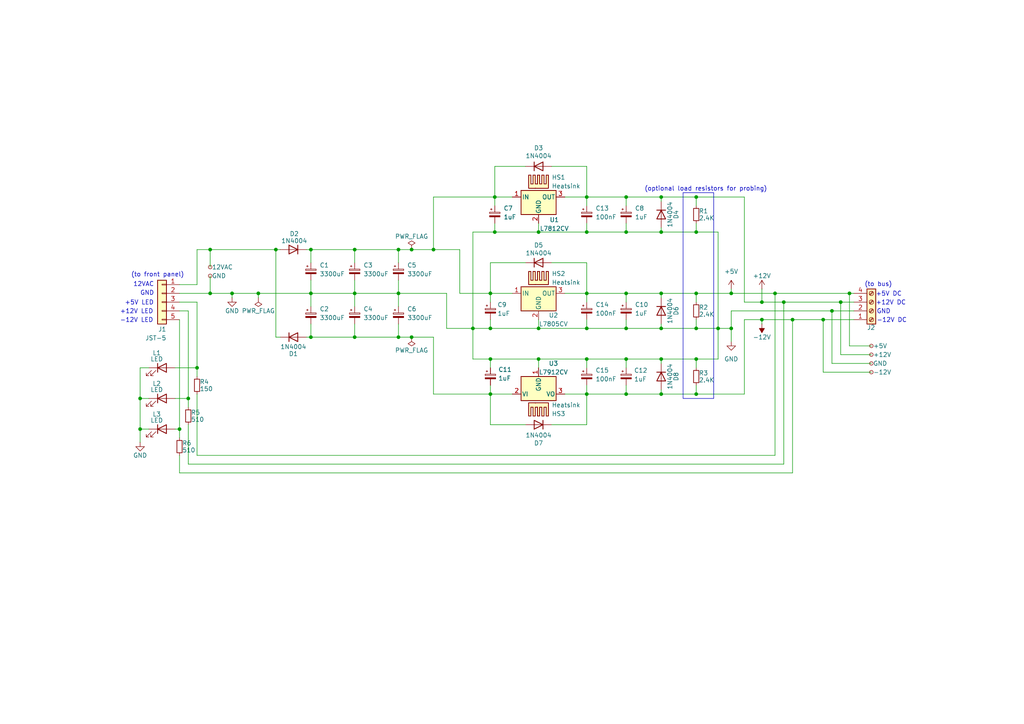
<source format=kicad_sch>
(kicad_sch (version 20231120) (generator "eeschema") (generator_version "8.0")
  (paper "A4")
  (title_block (title "MFOS Wall-Wart PSU (Eurorack)") (date "2024-07-06") (rev "2.0.0") (company "MESSIËR") (comment 3 "Based on Ray Wilson's MFOS wall-wart circuit") (comment 4 "Author: Chris Karcz"))
  (lib_symbols
    (symbol "Connector:Screw_Terminal_01x04" (pin_names (offset 1.016) hide)
      (property "Reference" "J" (at 0 5.08 0))
      (property "Value" "Screw_Terminal_01x04" (at 0 -7.62 0))
      (symbol "Screw_Terminal_01x04_1_1"
        (rectangle (start -1.27 3.81) (end 1.27 -6.35) (stroke (width 0.254)) (fill (type background)))
        (circle (center 0 -5.08) (radius 0.635) (stroke (width 0.1524)))
        (circle (center 0 -2.54) (radius 0.635) (stroke (width 0.1524)))
        (polyline (pts (xy -0.5334 -4.7498) (xy 0.3302 -5.588)) (stroke (width 0.1524)))
        (polyline (pts (xy -0.5334 -2.2098) (xy 0.3302 -3.048)) (stroke (width 0.1524)))
        (polyline (pts (xy -0.5334 0.3302) (xy 0.3302 -0.508)) (stroke (width 0.1524)))
        (polyline (pts (xy -0.5334 2.8702) (xy 0.3302 2.032)) (stroke (width 0.1524)))
        (polyline (pts (xy -0.3556 -4.572) (xy 0.508 -5.4102)) (stroke (width 0.1524)))
        (polyline (pts (xy -0.3556 -2.032) (xy 0.508 -2.8702)) (stroke (width 0.1524)))
        (polyline (pts (xy -0.3556 0.508) (xy 0.508 -0.3302)) (stroke (width 0.1524)))
        (polyline (pts (xy -0.3556 3.048) (xy 0.508 2.2098)) (stroke (width 0.1524)))
        (circle (center 0 0) (radius 0.635) (stroke (width 0.1524)))
        (circle (center 0 2.54) (radius 0.635) (stroke (width 0.1524)))
        (pin passive line (at -5.08 2.54 0) (length 3.81) (name "Pin_1") (number "1"))
        (pin passive line (at -5.08 0 0) (length 3.81) (name "Pin_2") (number "2"))
        (pin passive line (at -5.08 -2.54 0) (length 3.81) (name "Pin_3") (number "3"))
        (pin passive line (at -5.08 -5.08 0) (length 3.81) (name "Pin_4") (number "4"))
      )
    )
    (symbol "Connector:TestPoint_Small" (pin_numbers hide) (pin_names (offset 0.762) hide)
      (property "Reference" "TP" (at 0 3.81 0))
      (property "Value" "TestPoint_Small" (at 0 2.032 0))
      (symbol "TestPoint_Small_0_1"
        (circle (center 0 0) (radius 0.508))
      )
      (symbol "TestPoint_Small_1_1"
        (pin passive line (at 0 0 90) (length 0) (name "1") (number "1"))
      )
    )
    (symbol "Connector_Generic:Conn_01x05" (pin_names (offset 1.016) hide)
      (property "Reference" "J" (at 0 7.62 0))
      (property "Value" "Conn_01x05" (at 0 -7.62 0))
      (symbol "Conn_01x05_1_1"
        (rectangle (start -1.27 -4.953) (end 0 -5.207) (stroke (width 0.1524)))
        (rectangle (start -1.27 -2.413) (end 0 -2.667) (stroke (width 0.1524)))
        (rectangle (start -1.27 0.127) (end 0 -0.127) (stroke (width 0.1524)))
        (rectangle (start -1.27 2.667) (end 0 2.413) (stroke (width 0.1524)))
        (rectangle (start -1.27 5.207) (end 0 4.953) (stroke (width 0.1524)))
        (rectangle (start -1.27 6.35) (end 1.27 -6.35) (stroke (width 0.254)) (fill (type background)))
        (pin passive line (at -5.08 5.08 0) (length 3.81) (name "Pin_1") (number "1"))
        (pin passive line (at -5.08 2.54 0) (length 3.81) (name "Pin_2") (number "2"))
        (pin passive line (at -5.08 0 0) (length 3.81) (name "Pin_3") (number "3"))
        (pin passive line (at -5.08 -2.54 0) (length 3.81) (name "Pin_4") (number "4"))
        (pin passive line (at -5.08 -5.08 0) (length 3.81) (name "Pin_5") (number "5"))
      )
    )
    (symbol "Device:C_Polarized_Small" (pin_numbers hide) (pin_names (offset 0.254) hide)
      (property "Reference" "C" (at 0.254 1.778 0))
      (property "Value" "C_Polarized_Small" (at 0.254 -2.032 0))
      (symbol "C_Polarized_Small_0_1"
        (rectangle (start -1.524 -0.3048) (end 1.524 -0.6858) (fill (type outline)))
        (rectangle (start -1.524 0.6858) (end 1.524 0.3048))
        (polyline (pts (xy -1.27 1.524) (xy -0.762 1.524)))
        (polyline (pts (xy -1.016 1.27) (xy -1.016 1.778)))
      )
      (symbol "C_Polarized_Small_1_1"
        (pin passive line (at 0 2.54 270) (length 1.8542) (name "~") (number "1"))
        (pin passive line (at 0 -2.54 90) (length 1.8542) (name "~") (number "2"))
      )
    )
    (symbol "Device:LED" (pin_numbers hide) (pin_names (offset 1.016) hide)
      (property "Reference" "D" (at 0 2.54 0))
      (property "Value" "LED" (at 0 -2.54 0))
      (symbol "LED_0_1"
        (polyline (pts (xy -1.27 -1.27) (xy -1.27 1.27)) (stroke (width 0.254)))
        (polyline (pts (xy -1.27 0) (xy 1.27 0)))
        (polyline (pts (xy 1.27 -1.27) (xy 1.27 1.27) (xy -1.27 0) (xy 1.27 -1.27)) (stroke (width 0.254)))
        (polyline (pts (xy -3.048 -0.762) (xy -4.572 -2.286) (xy -3.81 -2.286) (xy -4.572 -2.286) (xy -4.572 -1.524)))
        (polyline (pts (xy -1.778 -0.762) (xy -3.302 -2.286) (xy -2.54 -2.286) (xy -3.302 -2.286) (xy -3.302 -1.524)))
      )
      (symbol "LED_1_1"
        (pin passive line (at -3.81 0 0) (length 2.54) (name "K") (number "1"))
        (pin passive line (at 3.81 0 180) (length 2.54) (name "A") (number "2"))
      )
    )
    (symbol "Device:R_Small" (pin_numbers hide) (pin_names (offset 0.254) hide)
      (property "Reference" "R" (at 0.762 0.508 0))
      (property "Value" "R_Small" (at 0.762 -1.016 0))
      (symbol "R_Small_0_1"
        (rectangle (start -0.762 1.778) (end 0.762 -1.778) (stroke (width 0.2032)))
      )
      (symbol "R_Small_1_1"
        (pin passive line (at 0 2.54 270) (length 0.762) (name "~") (number "1"))
        (pin passive line (at 0 -2.54 90) (length 0.762) (name "~") (number "2"))
      )
    )
    (symbol "Diode:1N4004" (pin_numbers hide) (pin_names hide)
      (property "Reference" "D" (at 0 2.54 0))
      (property "Value" "1N4004" (at 0 -2.54 0))
      (symbol "1N4004_0_1"
        (polyline (pts (xy -1.27 1.27) (xy -1.27 -1.27)) (stroke (width 0.254)))
        (polyline (pts (xy 1.27 0) (xy -1.27 0)))
        (polyline (pts (xy 1.27 1.27) (xy 1.27 -1.27) (xy -1.27 0) (xy 1.27 1.27)) (stroke (width 0.254)))
      )
      (symbol "1N4004_1_1"
        (pin passive line (at -3.81 0 0) (length 2.54) (name "K") (number "1"))
        (pin passive line (at 3.81 0 180) (length 2.54) (name "A") (number "2"))
      )
    )
    (symbol "Mechanical:Heatsink" (pin_names (offset 1.016)) (exclude_from_sim yes)
      (property "Reference" "HS" (at 0 5.08 0))
      (property "Value" "Heatsink" (at 0 -1.27 0))
      (symbol "Heatsink_0_1"
        (polyline (pts (xy -0.3302 1.27) (xy -0.9652 1.27) (xy -0.9652 3.81) (xy -1.6002 3.81) (xy -1.6002 1.27) (xy -2.2352 1.27) (xy -2.2352 3.81) (xy -2.8702 3.81) (xy -2.8702 0) (xy -0.9652 0)) (stroke (width 0.254)) (fill (type background)))
        (polyline (pts (xy -0.3302 1.27) (xy -0.3302 3.81) (xy 0.3048 3.81) (xy 0.3048 1.27) (xy 0.9398 1.27) (xy 0.9398 3.81) (xy 1.5748 3.81) (xy 1.5748 1.27) (xy 2.2098 1.27) (xy 2.2098 3.81) (xy 2.8448 3.81) (xy 2.8448 0) (xy -0.9652 0)) (stroke (width 0.254)) (fill (type background)))
      )
    )
    (symbol "Regulator_Linear:L7805" (pin_names (offset 0.254))
      (property "Reference" "U" (at -3.81 3.175 0))
      (property "Value" "L7805" (at 0 3.175 0))
      (symbol "L7805_0_1"
        (rectangle (start -5.08 1.905) (end 5.08 -5.08) (stroke (width 0.254)) (fill (type background)))
      )
      (symbol "L7805_1_1"
        (pin power_in line (at -7.62 0 0) (length 2.54) (name "IN") (number "1"))
        (pin power_in line (at 0 -7.62 90) (length 2.54) (name "GND") (number "2"))
        (pin power_out line (at 7.62 0 180) (length 2.54) (name "OUT") (number "3"))
      )
    )
    (symbol "Regulator_Linear:L7812" (pin_names (offset 0.254))
      (property "Reference" "U" (at -3.81 3.175 0))
      (property "Value" "L7812" (at 0 3.175 0))
      (symbol "L7812_0_1"
        (rectangle (start -5.08 1.905) (end 5.08 -5.08) (stroke (width 0.254)) (fill (type background)))
      )
      (symbol "L7812_1_1"
        (pin power_in line (at -7.62 0 0) (length 2.54) (name "IN") (number "1"))
        (pin power_in line (at 0 -7.62 90) (length 2.54) (name "GND") (number "2"))
        (pin power_out line (at 7.62 0 180) (length 2.54) (name "OUT") (number "3"))
      )
    )
    (symbol "Regulator_Linear:L7912" (pin_names (offset 0.254))
      (property "Reference" "U" (at -3.81 -3.175 0))
      (property "Value" "L7912" (at 0 -3.175 0))
      (symbol "L7912_0_1"
        (rectangle (start -5.08 5.08) (end 5.08 -1.905) (stroke (width 0.254)) (fill (type background)))
      )
      (symbol "L7912_1_1"
        (pin power_in line (at 0 7.62 270) (length 2.54) (name "GND") (number "1"))
        (pin power_in line (at -7.62 0 0) (length 2.54) (name "VI") (number "2"))
        (pin power_out line (at 7.62 0 180) (length 2.54) (name "VO") (number "3"))
      )
    )
    (symbol "power:+12V" (power) (pin_numbers hide) (pin_names (offset 0) hide)
      (property "Value" "+12V" (at 0 3.556 0))
      (symbol "+12V_0_1"
        (polyline (pts (xy -0.762 1.27) (xy 0 2.54)))
        (polyline (pts (xy 0 0) (xy 0 2.54)))
        (polyline (pts (xy 0 2.54) (xy 0.762 1.27)))
      )
      (symbol "+12V_1_1"
        (pin power_in line (at 0 0 90) (length 0) (name "~") (number "1"))
      )
    )
    (symbol "power:+5V" (power) (pin_numbers hide) (pin_names (offset 0) hide)
      (property "Value" "+5V" (at 0 3.556 0))
      (symbol "+5V_0_1"
        (polyline (pts (xy -0.762 1.27) (xy 0 2.54)))
        (polyline (pts (xy 0 0) (xy 0 2.54)))
        (polyline (pts (xy 0 2.54) (xy 0.762 1.27)))
      )
      (symbol "+5V_1_1"
        (pin power_in line (at 0 0 90) (length 0) (name "~") (number "1"))
      )
    )
    (symbol "power:-12V" (power) (pin_numbers hide) (pin_names (offset 0) hide)
      (property "Value" "-12V" (at 0 3.556 0))
      (symbol "-12V_0_0"
        (pin power_in line (at 0 0 90) (length 0) (name "~") (number "1"))
      )
      (symbol "-12V_0_1"
        (polyline (pts (xy 0 0) (xy 0 1.27) (xy 0.762 1.27) (xy 0 2.54) (xy -0.762 1.27) (xy 0 1.27)) (fill (type outline)))
      )
    )
    (symbol "power:GND" (power) (pin_numbers hide) (pin_names (offset 0) hide)
      (property "Value" "GND" (at 0 -3.81 0))
      (symbol "GND_0_1"
        (polyline (pts (xy 0 0) (xy 0 -1.27) (xy 1.27 -1.27) (xy 0 -2.54) (xy -1.27 -1.27) (xy 0 -1.27)))
      )
      (symbol "GND_1_1"
        (pin power_in line (at 0 0 270) (length 0) (name "~") (number "1"))
      )
    )
    (symbol "power:PWR_FLAG" (power) (pin_numbers hide) (pin_names (offset 0) hide)
      (property "Value" "PWR_FLAG" (at 0 3.81 0))
      (symbol "PWR_FLAG_0_0"
        (pin power_out line (at 0 0 90) (length 0) (name "~") (number "1"))
      )
      (symbol "PWR_FLAG_0_1"
        (polyline (pts (xy 0 0) (xy 0 1.27) (xy -1.016 1.905) (xy 0 2.54) (xy 1.016 1.905) (xy 0 1.27)))
      )
    )
  )
  (junction (at 191.77 85.09))
  (junction (at 142.24 114.3))
  (junction (at 102.87 72.39))
  (junction (at 90.17 97.79))
  (junction (at 241.3 90.17))
  (junction (at 170.18 85.09))
  (junction (at 208.28 95.25))
  (junction (at 142.24 104.14))
  (junction (at 191.77 114.3))
  (junction (at 201.93 95.25))
  (junction (at 143.51 67.31))
  (junction (at 181.61 114.3))
  (junction (at 57.15 106.68))
  (junction (at 201.93 67.31))
  (junction (at 170.18 95.25))
  (junction (at 238.76 92.71))
  (junction (at 74.93 85.09))
  (junction (at 170.18 67.31))
  (junction (at 80.01 72.39))
  (junction (at 60.96 85.09))
  (junction (at 119.38 97.79))
  (junction (at 201.93 85.09))
  (junction (at 181.61 67.31))
  (junction (at 220.98 87.63))
  (junction (at 60.96 72.39))
  (junction (at 115.57 85.09))
  (junction (at 156.21 104.14))
  (junction (at 156.21 95.25))
  (junction (at 102.87 85.09))
  (junction (at 227.33 87.63))
  (junction (at 212.09 95.25))
  (junction (at 156.21 67.31))
  (junction (at 181.61 85.09))
  (junction (at 67.31 85.09))
  (junction (at 90.17 72.39))
  (junction (at 191.77 95.25))
  (junction (at 201.93 104.14))
  (junction (at 191.77 57.15))
  (junction (at 181.61 57.15))
  (junction (at 125.73 72.39))
  (junction (at 115.57 72.39))
  (junction (at 243.84 87.63))
  (junction (at 170.18 57.15))
  (junction (at 246.38 85.09))
  (junction (at 102.87 97.79))
  (junction (at 90.17 85.09))
  (junction (at 181.61 104.14))
  (junction (at 115.57 97.79))
  (junction (at 52.07 124.46))
  (junction (at 142.24 85.09))
  (junction (at 224.79 85.09))
  (junction (at 220.98 92.71))
  (junction (at 142.24 95.25))
  (junction (at 143.51 57.15))
  (junction (at 40.64 124.46))
  (junction (at 191.77 104.14))
  (junction (at 170.18 104.14))
  (junction (at 212.09 85.09))
  (junction (at 170.18 114.3))
  (junction (at 229.87 92.71))
  (junction (at 40.64 115.57))
  (junction (at 201.93 114.3))
  (junction (at 201.93 57.15))
  (junction (at 181.61 95.25))
  (junction (at 54.61 115.57))
  (junction (at 137.16 95.25))
  (junction (at 119.38 72.39))
  (junction (at 191.77 67.31))
  (wire (pts (xy 142.24 104.14) (xy 156.21 104.14)))
  (wire (pts (xy 143.51 67.31) (xy 156.21 67.31)))
  (wire (pts (xy 191.77 104.14) (xy 191.77 105.41)))
  (wire (pts (xy 170.18 114.3) (xy 181.61 114.3)))
  (wire (pts (xy 142.24 76.2) (xy 152.4 76.2)))
  (wire (pts (xy 191.77 85.09) (xy 191.77 86.36)))
  (wire (pts (xy 40.64 124.46) (xy 40.64 128.27)))
  (wire (pts (xy 160.02 123.19) (xy 170.18 123.19)))
  (wire (pts (xy 60.96 80.01) (xy 60.96 85.09)))
  (wire (pts (xy 181.61 67.31) (xy 191.77 67.31)))
  (wire (pts (xy 201.93 95.25) (xy 208.28 95.25)))
  (wire (pts (xy 57.15 132.08) (xy 224.79 132.08)))
  (wire (pts (xy 50.8 115.57) (xy 54.61 115.57)))
  (wire (pts (xy 220.98 92.71) (xy 229.87 92.71)))
  (wire (pts (xy 224.79 85.09) (xy 224.79 132.08)))
  (wire (pts (xy 181.61 104.14) (xy 191.77 104.14)))
  (wire (pts (xy 156.21 104.14) (xy 156.21 106.68)))
  (wire (pts (xy 143.51 48.26) (xy 143.51 57.15)))
  (wire (pts (xy 143.51 48.26) (xy 152.4 48.26)))
  (wire (pts (xy 137.16 95.25) (xy 142.24 95.25)))
  (wire (pts (xy 241.3 90.17) (xy 247.65 90.17)))
  (wire (pts (xy 181.61 95.25) (xy 191.77 95.25)))
  (wire (pts (xy 102.87 85.09) (xy 102.87 88.9)))
  (wire (pts (xy 125.73 57.15) (xy 143.51 57.15)))
  (wire (pts (xy 90.17 85.09) (xy 102.87 85.09)))
  (wire (pts (xy 90.17 81.28) (xy 90.17 85.09)))
  (wire (pts (xy 163.83 114.3) (xy 170.18 114.3)))
  (wire (pts (xy 241.3 105.41) (xy 252.73 105.41)))
  (wire (pts (xy 246.38 85.09) (xy 246.38 100.33)))
  (wire (pts (xy 142.24 114.3) (xy 142.24 123.19)))
  (wire (pts (xy 115.57 97.79) (xy 115.57 93.98)))
  (wire (pts (xy 191.77 114.3) (xy 201.93 114.3)))
  (wire (pts (xy 102.87 72.39) (xy 115.57 72.39)))
  (wire (pts (xy 90.17 97.79) (xy 102.87 97.79)))
  (wire (pts (xy 170.18 64.77) (xy 170.18 67.31)))
  (wire (pts (xy 243.84 87.63) (xy 243.84 102.87)))
  (wire (pts (xy 54.61 123.19) (xy 54.61 134.62)))
  (wire (pts (xy 90.17 72.39) (xy 90.17 76.2)))
  (wire (pts (xy 52.07 137.16) (xy 229.87 137.16)))
  (wire (pts (xy 191.77 85.09) (xy 201.93 85.09)))
  (wire (pts (xy 191.77 93.98) (xy 191.77 95.25)))
  (wire (pts (xy 181.61 92.71) (xy 181.61 95.25)))
  (wire (pts (xy 191.77 67.31) (xy 201.93 67.31)))
  (wire (pts (xy 208.28 95.25) (xy 212.09 95.25)))
  (wire (pts (xy 143.51 64.77) (xy 143.51 67.31)))
  (wire (pts (xy 40.64 106.68) (xy 43.18 106.68)))
  (wire (pts (xy 201.93 57.15) (xy 201.93 59.69)))
  (wire (pts (xy 137.16 67.31) (xy 143.51 67.31)))
  (wire (pts (xy 125.73 57.15) (xy 125.73 72.39)))
  (wire (pts (xy 129.54 85.09) (xy 129.54 95.25)))
  (wire (pts (xy 40.64 115.57) (xy 43.18 115.57)))
  (wire (pts (xy 170.18 76.2) (xy 170.18 85.09)))
  (wire (pts (xy 80.01 97.79) (xy 81.28 97.79)))
  (wire (pts (xy 102.87 97.79) (xy 102.87 93.98)))
  (wire (pts (xy 40.64 124.46) (xy 43.18 124.46)))
  (wire (pts (xy 220.98 93.98) (xy 220.98 92.71)))
  (wire (pts (xy 102.87 97.79) (xy 115.57 97.79)))
  (wire (pts (xy 220.98 87.63) (xy 227.33 87.63)))
  (wire (pts (xy 57.15 87.63) (xy 57.15 106.68)))
  (wire (pts (xy 40.64 106.68) (xy 40.64 115.57)))
  (wire (pts (xy 215.9 92.71) (xy 215.9 114.3)))
  (wire (pts (xy 224.79 85.09) (xy 246.38 85.09)))
  (wire (pts (xy 191.77 67.31) (xy 191.77 66.04)))
  (wire (pts (xy 50.8 106.68) (xy 57.15 106.68)))
  (wire (pts (xy 52.07 85.09) (xy 60.96 85.09)))
  (wire (pts (xy 52.07 132.08) (xy 52.07 137.16)))
  (wire (pts (xy 67.31 85.09) (xy 67.31 86.36)))
  (wire (pts (xy 142.24 85.09) (xy 148.59 85.09)))
  (wire (pts (xy 201.93 64.77) (xy 201.93 67.31)))
  (wire (pts (xy 90.17 97.79) (xy 90.17 93.98)))
  (wire (pts (xy 142.24 114.3) (xy 148.59 114.3)))
  (wire (pts (xy 142.24 85.09) (xy 142.24 87.63)))
  (wire (pts (xy 170.18 48.26) (xy 170.18 57.15)))
  (wire (pts (xy 102.87 85.09) (xy 115.57 85.09)))
  (wire (pts (xy 52.07 87.63) (xy 57.15 87.63)))
  (wire (pts (xy 115.57 97.79) (xy 119.38 97.79)))
  (wire (pts (xy 54.61 90.17) (xy 54.61 115.57)))
  (wire (pts (xy 170.18 95.25) (xy 181.61 95.25)))
  (wire (pts (xy 201.93 92.71) (xy 201.93 95.25)))
  (wire (pts (xy 170.18 85.09) (xy 181.61 85.09)))
  (wire (pts (xy 119.38 97.79) (xy 125.73 97.79)))
  (wire (pts (xy 90.17 85.09) (xy 90.17 88.9)))
  (wire (pts (xy 246.38 85.09) (xy 247.65 85.09)))
  (wire (pts (xy 181.61 85.09) (xy 181.61 87.63)))
  (wire (pts (xy 119.38 72.39) (xy 125.73 72.39)))
  (wire (pts (xy 170.18 111.76) (xy 170.18 114.3)))
  (wire (pts (xy 142.24 95.25) (xy 156.21 95.25)))
  (wire (pts (xy 60.96 85.09) (xy 67.31 85.09)))
  (wire (pts (xy 181.61 57.15) (xy 191.77 57.15)))
  (wire (pts (xy 74.93 85.09) (xy 74.93 86.36)))
  (wire (pts (xy 220.98 83.82) (xy 220.98 87.63)))
  (wire (pts (xy 115.57 85.09) (xy 115.57 88.9)))
  (wire (pts (xy 201.93 104.14) (xy 208.28 104.14)))
  (wire (pts (xy 133.35 72.39) (xy 133.35 85.09)))
  (wire (pts (xy 80.01 72.39) (xy 81.28 72.39)))
  (wire (pts (xy 142.24 123.19) (xy 152.4 123.19)))
  (wire (pts (xy 215.9 87.63) (xy 220.98 87.63)))
  (wire (pts (xy 238.76 107.95) (xy 252.73 107.95)))
  (wire (pts (xy 201.93 85.09) (xy 201.93 87.63)))
  (wire (pts (xy 170.18 92.71) (xy 170.18 95.25)))
  (wire (pts (xy 170.18 48.26) (xy 160.02 48.26)))
  (wire (pts (xy 115.57 81.28) (xy 115.57 85.09)))
  (wire (pts (xy 170.18 57.15) (xy 170.18 59.69)))
  (wire (pts (xy 115.57 85.09) (xy 129.54 85.09)))
  (wire (pts (xy 246.38 100.33) (xy 252.73 100.33)))
  (wire (pts (xy 208.28 67.31) (xy 208.28 95.25)))
  (wire (pts (xy 125.73 97.79) (xy 125.73 114.3)))
  (wire (pts (xy 60.96 72.39) (xy 60.96 77.47)))
  (wire (pts (xy 57.15 114.3) (xy 57.15 132.08)))
  (wire (pts (xy 137.16 104.14) (xy 142.24 104.14)))
  (wire (pts (xy 201.93 104.14) (xy 201.93 106.68)))
  (wire (pts (xy 208.28 95.25) (xy 208.28 104.14)))
  (wire (pts (xy 156.21 92.71) (xy 156.21 95.25)))
  (wire (pts (xy 52.07 82.55) (xy 57.15 82.55)))
  (wire (pts (xy 181.61 104.14) (xy 181.61 106.68)))
  (wire (pts (xy 143.51 57.15) (xy 148.59 57.15)))
  (wire (pts (xy 163.83 85.09) (xy 170.18 85.09)))
  (wire (pts (xy 181.61 111.76) (xy 181.61 114.3)))
  (wire (pts (xy 170.18 114.3) (xy 170.18 123.19)))
  (wire (pts (xy 212.09 90.17) (xy 241.3 90.17)))
  (wire (pts (xy 142.24 92.71) (xy 142.24 95.25)))
  (wire (pts (xy 238.76 92.71) (xy 247.65 92.71)))
  (wire (pts (xy 243.84 87.63) (xy 247.65 87.63)))
  (wire (pts (xy 181.61 57.15) (xy 181.61 59.69)))
  (wire (pts (xy 115.57 72.39) (xy 119.38 72.39)))
  (wire (pts (xy 243.84 102.87) (xy 252.73 102.87)))
  (wire (pts (xy 52.07 124.46) (xy 52.07 127)))
  (wire (pts (xy 215.9 92.71) (xy 220.98 92.71)))
  (wire (pts (xy 137.16 67.31) (xy 137.16 95.25)))
  (wire (pts (xy 156.21 95.25) (xy 170.18 95.25)))
  (wire (pts (xy 57.15 106.68) (xy 57.15 109.22)))
  (wire (pts (xy 170.18 57.15) (xy 181.61 57.15)))
  (wire (pts (xy 88.9 72.39) (xy 90.17 72.39)))
  (wire (pts (xy 191.77 104.14) (xy 201.93 104.14)))
  (wire (pts (xy 191.77 113.03) (xy 191.77 114.3)))
  (wire (pts (xy 170.18 67.31) (xy 181.61 67.31)))
  (wire (pts (xy 160.02 76.2) (xy 170.18 76.2)))
  (wire (pts (xy 52.07 90.17) (xy 54.61 90.17)))
  (wire (pts (xy 191.77 58.42) (xy 191.77 57.15)))
  (wire (pts (xy 212.09 90.17) (xy 212.09 95.25)))
  (wire (pts (xy 170.18 104.14) (xy 181.61 104.14)))
  (wire (pts (xy 229.87 92.71) (xy 229.87 137.16)))
  (wire (pts (xy 212.09 85.09) (xy 224.79 85.09)))
  (wire (pts (xy 170.18 104.14) (xy 170.18 106.68)))
  (wire (pts (xy 54.61 115.57) (xy 54.61 118.11)))
  (wire (pts (xy 142.24 104.14) (xy 142.24 106.68)))
  (wire (pts (xy 191.77 57.15) (xy 201.93 57.15)))
  (wire (pts (xy 227.33 87.63) (xy 243.84 87.63)))
  (wire (pts (xy 201.93 67.31) (xy 208.28 67.31)))
  (wire (pts (xy 143.51 57.15) (xy 143.51 59.69)))
  (wire (pts (xy 133.35 72.39) (xy 125.73 72.39)))
  (wire (pts (xy 163.83 57.15) (xy 170.18 57.15)))
  (wire (pts (xy 212.09 99.06) (xy 212.09 95.25)))
  (wire (pts (xy 201.93 57.15) (xy 215.9 57.15)))
  (wire (pts (xy 50.8 124.46) (xy 52.07 124.46)))
  (wire (pts (xy 181.61 64.77) (xy 181.61 67.31)))
  (wire (pts (xy 125.73 114.3) (xy 142.24 114.3)))
  (wire (pts (xy 57.15 72.39) (xy 57.15 82.55)))
  (wire (pts (xy 201.93 111.76) (xy 201.93 114.3)))
  (wire (pts (xy 201.93 85.09) (xy 212.09 85.09)))
  (wire (pts (xy 142.24 76.2) (xy 142.24 85.09)))
  (wire (pts (xy 181.61 114.3) (xy 191.77 114.3)))
  (wire (pts (xy 57.15 72.39) (xy 60.96 72.39)))
  (wire (pts (xy 115.57 72.39) (xy 115.57 76.2)))
  (wire (pts (xy 191.77 95.25) (xy 201.93 95.25)))
  (wire (pts (xy 170.18 85.09) (xy 170.18 87.63)))
  (wire (pts (xy 40.64 115.57) (xy 40.64 124.46)))
  (wire (pts (xy 156.21 104.14) (xy 170.18 104.14)))
  (wire (pts (xy 201.93 114.3) (xy 215.9 114.3)))
  (wire (pts (xy 67.31 85.09) (xy 74.93 85.09)))
  (wire (pts (xy 181.61 85.09) (xy 191.77 85.09)))
  (wire (pts (xy 60.96 72.39) (xy 80.01 72.39)))
  (wire (pts (xy 52.07 92.71) (xy 52.07 124.46)))
  (wire (pts (xy 80.01 72.39) (xy 80.01 97.79)))
  (wire (pts (xy 156.21 67.31) (xy 156.21 64.77)))
  (wire (pts (xy 90.17 72.39) (xy 102.87 72.39)))
  (wire (pts (xy 102.87 72.39) (xy 102.87 76.2)))
  (wire (pts (xy 133.35 85.09) (xy 142.24 85.09)))
  (wire (pts (xy 54.61 134.62) (xy 227.33 134.62)))
  (wire (pts (xy 102.87 81.28) (xy 102.87 85.09)))
  (wire (pts (xy 88.9 97.79) (xy 90.17 97.79)))
  (wire (pts (xy 238.76 92.71) (xy 238.76 107.95)))
  (wire (pts (xy 129.54 95.25) (xy 137.16 95.25)))
  (wire (pts (xy 227.33 87.63) (xy 227.33 134.62)))
  (wire (pts (xy 137.16 95.25) (xy 137.16 104.14)))
  (wire (pts (xy 229.87 92.71) (xy 238.76 92.71)))
  (wire (pts (xy 241.3 90.17) (xy 241.3 105.41)))
  (wire (pts (xy 212.09 83.82) (xy 212.09 85.09)))
  (wire (pts (xy 142.24 111.76) (xy 142.24 114.3)))
  (wire (pts (xy 215.9 57.15) (xy 215.9 87.63)))
  (wire (pts (xy 156.21 67.31) (xy 170.18 67.31)))
  (wire (pts (xy 74.93 85.09) (xy 90.17 85.09)))
  (rectangle (start 198.12 55.88) (end 207.01 115.57))
  (text "+5V DC" (at 254 85.344 0) (effects (font (size 1.27 1.27)) (justify left)))
  (text "(optional load resistors for probing)" (at 204.724 54.864 0) (effects (font (size 1.27 1.27))))
  (text "GND" (at 254.254 90.424 0) (effects (font (size 1.27 1.27)) (justify left)))
  (text "-12V LED" (at 39.624 92.964 0) (effects (font (size 1.27 1.27))))
  (text "GND" (at 42.672 85.09 0) (effects (font (size 1.27 1.27))))
  (text "+12V LED" (at 39.624 90.424 0) (effects (font (size 1.27 1.27))))
  (text "+5V LED" (at 40.386 87.884 0) (effects (font (size 1.27 1.27))))
  (text "+12V DC" (at 254 87.884 0) (effects (font (size 1.27 1.27)) (justify left)))
  (text "12VAC" (at 41.656 82.55 0) (effects (font (size 1.27 1.27))))
  (text "-12V DC" (at 254.254 92.964 0) (effects (font (size 1.27 1.27)) (justify left)))
  (text "(to bus)" (at 254.762 82.55 0) (effects (font (size 1.27 1.27))))
  (text "(to front panel)" (at 45.72 79.756 0) (effects (font (size 1.27 1.27))))
  (symbol (lib_id "Connector_Generic:Conn_01x05") (at 46.99 87.63 0) (mirror y) (unit 1)
    (property "Reference" "J1" (at 48.26 95.504 0) (effects (justify left)))
    (property "Value" "JST-5" (at 48.26 98.044 0) (effects (justify left)))
    (property "Footprint" "Connector_JST:JST_EH_B5B-EH-A_1x05_P2.50mm_Vertical" (effects (hide yes)))
    (property "Description" "5 Pin JST Female Socket" (effects (hide yes)))
    (property "URL" "https://www.taydaelectronics.com/5-pins-jst-xh-2-54-female-connector-with-wire-cable-26awg-30-cm.html" (effects (hide yes)))
  )
  (symbol (lib_id "Device:LED") (at 46.99 115.57 0) (unit 1)
    (property "Reference" "L2" (at 45.466 111.252 0))
    (property "Value" "LED" (at 45.466 113.03 0))
    (property "Footprint" "LED_THT:LED_D3.0mm" (effects (hide yes)))
    (property "Description" "3mm LED" (effects (hide yes)))
    (property "URL" "https://www.taydaelectronics.com/led-3mm-green.html" (effects (hide yes)))
  )
  (symbol (lib_id "Connector:TestPoint_Small") (at 252.73 102.87 0) (unit 1)
    (property "Reference" "TP4" (effects (hide yes)))
    (property "Value" "+12V" (at 253.238 102.87 0) (effects (justify left)))
    (property "Footprint" "TestPoint:TestPoint_THTPad_D1.5mm_Drill0.7mm" (effects (hide yes)))
    (property "Description" "Test Point" (effects (hide yes)))
  )
  (symbol (lib_id "Diode:1N4004") (at 156.21 123.19 180) (unit 1)
    (property "Reference" "D7" (at 156.21 128.524 0))
    (property "Value" "1N4004" (at 156.21 126.238 0))
    (property "Footprint" "Diode_THT:D_DO-41_SOD81_P10.16mm_Horizontal" (effects (hide yes)))
    (property "Datasheet" "http://www.vishay.com/docs/88503/1n4001.pdf" (effects (hide yes)))
    (property "Description" "400V 1A General Purpose Rectifier Diode, DO-41" (effects (hide yes)))
    (property "Sim.Device" "D" (effects (hide yes)))
    (property "Sim.Pins" "1=K 2=A" (effects (hide yes)))
    (property "URL" "https://www.taydaelectronics.com/1n4004-diode-1a-400v.html" (effects (hide yes)))
  )
  (symbol (lib_id "Device:R_Small") (at 52.07 129.54 0) (unit 1)
    (property "Reference" "R6" (at 52.832 128.524 0) (effects (justify left)))
    (property "Value" "510" (at 52.832 130.556 0) (effects (justify left)))
    (property "Footprint" "Resistor_THT:R_Axial_DIN0207_L6.3mm_D2.5mm_P10.16mm_Horizontal" (effects (hide yes)))
    (property "Description" "510 Ohm 1/4W 1% Metal Film Resistor (exact value not required)" (effects (hide yes)))
    (property "URL" "https://www.taydaelectronics.com/resistors/1-4w-metal-film-resistors/10-x-resistor-510-ohm-1-4w-1-metal-film-pkg-of-10.html" (effects (hide yes)))
  )
  (symbol (lib_id "Device:C_Polarized_Small") (at 170.18 62.23 0) (unit 1)
    (property "Reference" "C13" (at 172.72 60.4138 0) (effects (justify left)))
    (property "Value" "100nF" (at 172.72 62.9538 0) (effects (justify left)))
    (property "Footprint" "Capacitor_THT:C_Disc_D3.0mm_W2.0mm_P2.50mm" (effects (hide yes)))
    (property "Description" "1UF 50V Radial Electrolytic Capacitor 5X11MM " (effects (hide yes)))
    (property "URL" "https://www.taydaelectronics.com/1uf-50v-105c-radial-electrolytic-capacitor-5x11mm.html" (effects (hide yes)))
  )
  (symbol (lib_id "Diode:1N4004") (at 85.09 72.39 0) (mirror y) (unit 1)
    (property "Reference" "D2" (at 85.344 67.818 0))
    (property "Value" "1N4004" (at 85.344 69.85 0))
    (property "Footprint" "Diode_THT:D_DO-41_SOD81_P10.16mm_Horizontal" (effects (hide yes)))
    (property "Datasheet" "http://www.vishay.com/docs/88503/1n4001.pdf" (effects (hide yes)))
    (property "Description" "400V 1A General Purpose Rectifier Diode, DO-41" (effects (hide yes)))
    (property "Sim.Device" "D" (effects (hide yes)))
    (property "Sim.Pins" "1=K 2=A" (effects (hide yes)))
    (property "URL" "https://www.taydaelectronics.com/1n4004-diode-1a-400v.html" (effects (hide yes)))
  )
  (symbol (lib_id "Mechanical:Heatsink") (at 156.21 116.84 0) (mirror x) (unit 1) (exclude_from_sim yes)
    (property "Reference" "HS3" (at 160.02 120.0151 0) (effects (justify left)))
    (property "Value" "Heatsink" (at 160.02 117.4751 0) (effects (justify left)))
    (property "Footprint" "Heatsink:Heatsink_Tayda_16.50x16.50" (effects (hide yes)))
    (property "Description" "Heatsink TO-220 4 Fins Alluminum 17mmLx17mmWx26mmH" (effects (hide yes)))
    (property "URL" "https://www.taydaelectronics.com/heatsink-to-220-4-fins-aluminium.html" (effects (hide yes)))
  )
  (symbol (lib_id "Diode:1N4004") (at 156.21 76.2 0) (unit 1)
    (property "Reference" "D5" (at 156.21 71.12 0))
    (property "Value" "1N4004" (at 156.21 73.406 0))
    (property "Footprint" "Diode_THT:D_DO-41_SOD81_P10.16mm_Horizontal" (effects (hide yes)))
    (property "Datasheet" "http://www.vishay.com/docs/88503/1n4001.pdf" (effects (hide yes)))
    (property "Description" "400V 1A General Purpose Rectifier Diode, DO-41" (effects (hide yes)))
    (property "Sim.Device" "D" (effects (hide yes)))
    (property "Sim.Pins" "1=K 2=A" (effects (hide yes)))
    (property "URL" "https://www.taydaelectronics.com/1n4004-diode-1a-400v.html" (effects (hide yes)))
  )
  (symbol (lib_id "Mechanical:Heatsink") (at 156.21 82.55 0) (unit 1) (exclude_from_sim yes)
    (property "Reference" "HS2" (at 160.02 79.3749 0) (effects (justify left)))
    (property "Value" "Heatsink" (at 160.02 81.9149 0) (effects (justify left)))
    (property "Footprint" "Heatsink:Heatsink_Tayda_16.50x16.50" (effects (hide yes)))
    (property "Description" "Heatsink TO-220 4 Fins Alluminum 17mmLx17mmWx26mmH" (effects (hide yes)))
    (property "URL" "https://www.taydaelectronics.com/heatsink-to-220-4-fins-aluminium.html" (effects (hide yes)))
  )
  (symbol (lib_id "Device:C_Polarized_Small") (at 170.18 90.17 0) (unit 1)
    (property "Reference" "C14" (at 172.72 88.3538 0) (effects (justify left)))
    (property "Value" "100nF" (at 172.72 90.8938 0) (effects (justify left)))
    (property "Footprint" "Capacitor_THT:C_Disc_D3.0mm_W2.0mm_P2.50mm" (effects (hide yes)))
    (property "Description" "1UF 50V Radial Electrolytic Capacitor 5X11MM " (effects (hide yes)))
    (property "URL" "https://www.taydaelectronics.com/1uf-50v-105c-radial-electrolytic-capacitor-5x11mm.html" (effects (hide yes)))
  )
  (symbol (lib_id "Connector:TestPoint_Small") (at 60.96 77.47 0) (unit 1)
    (property "Reference" "TP1" (effects (hide yes)))
    (property "Value" "12VAC" (at 61.468 77.47 0) (effects (justify left)))
    (property "Footprint" "TestPoint:TestPoint_THTPad_D1.5mm_Drill0.7mm" (effects (hide yes)))
    (property "Description" "Test Point" (effects (hide yes)))
  )
  (symbol (lib_id "Device:C_Polarized_Small") (at 115.57 91.44 0) (unit 1)
    (property "Reference" "C6" (at 118.11 89.6238 0) (effects (justify left)))
    (property "Value" "3300uF" (at 118.11 92.1638 0) (effects (justify left)))
    (property "Footprint" "Capacitor_THT:CP_Radial_D18.0mm_P7.50mm" (effects (hide yes)))
    (property "Description" "3300UF 50V Radial Electrolytic Capacitor 18X40MM " (effects (hide yes)))
    (property "URL" "https://www.taydaelectronics.com/3300uf-50v-105c-radial-electrolytic-capacitor.html" (effects (hide yes)))
  )
  (symbol (lib_id "Device:C_Polarized_Small") (at 181.61 90.17 0) (unit 1)
    (property "Reference" "C10" (at 184.15 88.3538 0) (effects (justify left)))
    (property "Value" "1uF" (at 184.15 90.8938 0) (effects (justify left)))
    (property "Footprint" "Capacitor_THT:CP_Radial_D5.0mm_P2.50mm" (effects (hide yes)))
    (property "Description" "1UF 50V Radial Electrolytic Capacitor 5X11MM " (effects (hide yes)))
    (property "URL" "https://www.taydaelectronics.com/1uf-50v-105c-radial-electrolytic-capacitor-5x11mm.html" (effects (hide yes)))
  )
  (symbol (lib_id "Connector:TestPoint_Small") (at 252.73 100.33 0) (unit 1)
    (property "Reference" "TP3" (effects (hide yes)))
    (property "Value" "+5V" (at 253.238 100.33 0) (effects (justify left)))
    (property "Footprint" "TestPoint:TestPoint_THTPad_D1.5mm_Drill0.7mm" (effects (hide yes)))
    (property "Description" "Test Point" (effects (hide yes)))
  )
  (symbol (lib_id "Device:R_Small") (at 54.61 120.65 0) (unit 1)
    (property "Reference" "R5" (at 55.372 119.634 0) (effects (justify left)))
    (property "Value" "510" (at 55.372 121.666 0) (effects (justify left)))
    (property "Footprint" "Resistor_THT:R_Axial_DIN0207_L6.3mm_D2.5mm_P10.16mm_Horizontal" (effects (hide yes)))
    (property "Description" "510 Ohm 1/4W 1% Metal Film Resistor (exact value not required)" (effects (hide yes)))
    (property "URL" "https://www.taydaelectronics.com/resistors/1-4w-metal-film-resistors/10-x-resistor-510-ohm-1-4w-1-metal-film-pkg-of-10.html" (effects (hide yes)))
  )
  (symbol (lib_id "power:GND") (at 212.09 99.06 0) (unit 1)
    (property "Reference" "#PWR02" (effects (hide yes)))
    (property "Value" "GND" (at 212.09 104.14 0))
    (property "Description" "Power symbol creates a global label with name \"GND\" , ground" (effects (hide yes)))
  )
  (symbol (lib_id "Device:C_Polarized_Small") (at 142.24 90.17 0) (unit 1)
    (property "Reference" "C9" (at 144.272 88.392 0) (effects (justify left)))
    (property "Value" "1uF" (at 144.272 90.932 0) (effects (justify left)))
    (property "Footprint" "Capacitor_THT:CP_Radial_D5.0mm_P2.50mm" (effects (hide yes)))
    (property "Description" "1UF 50V Radial Electrolytic Capacitor 5X11MM " (effects (hide yes)))
    (property "URL" "https://www.taydaelectronics.com/1uf-50v-105c-radial-electrolytic-capacitor-5x11mm.html" (effects (hide yes)))
  )
  (symbol (lib_id "Connector:Screw_Terminal_01x04") (at 252.73 90.17 0) (mirror x) (unit 1)
    (property "Reference" "J2" (at 251.46 94.996 0) (effects (justify left)))
    (property "Value" "TERMINAL-4" (effects (hide yes)))
    (property "Footprint" "TerminalBlock_Phoenix:TerminalBlock_Phoenix_MKDS-1,5-4-5.08_1x04_P5.08mm_Horizontal" (effects (hide yes)))
    (property "Description" "4 Pin Wire Screw Terminal" (effects (hide yes)))
    (property "URL" "https://www.amazon.com/gp/product/B0CFYHDC7L/ref=ppx_yo_dt_b_asin_title_o00_s00?ie=UTF8&psc=1" (effects (hide yes)))
  )
  (symbol (lib_id "power:PWR_FLAG") (at 119.38 97.79 0) (mirror x) (unit 1)
    (property "Reference" "#FLG03" (effects (hide yes)))
    (property "Value" "PWR_FLAG" (at 119.38 101.6 0))
    (property "Description" "Special symbol for telling ERC where power comes from" (effects (hide yes)))
  )
  (symbol (lib_id "Device:R_Small") (at 57.15 111.76 0) (unit 1)
    (property "Reference" "R4" (at 57.912 110.744 0) (effects (justify left)))
    (property "Value" "150" (at 57.912 112.776 0) (effects (justify left)))
    (property "Footprint" "Resistor_THT:R_Axial_DIN0207_L6.3mm_D2.5mm_P10.16mm_Horizontal" (effects (hide yes)))
    (property "Description" "150 Ohm 1/4W 1% Metal Film Resistor (exact value not required)" (effects (hide yes)))
    (property "URL" "https://www.taydaelectronics.com/resistors/1-4w-metal-film-resistors/10-x-resistor-150-ohm-1-4w-1-metal-film-pkg-of-10.html" (effects (hide yes)))
  )
  (symbol (lib_id "Device:C_Polarized_Small") (at 142.24 109.22 0) (unit 1)
    (property "Reference" "C11" (at 144.526 107.188 0) (effects (justify left)))
    (property "Value" "1uF" (at 144.526 109.728 0) (effects (justify left)))
    (property "Footprint" "Capacitor_THT:CP_Radial_D5.0mm_P2.50mm" (effects (hide yes)))
    (property "Description" "1UF 50V Radial Electrolytic Capacitor 5X11MM " (effects (hide yes)))
    (property "URL" "https://www.taydaelectronics.com/1uf-50v-105c-radial-electrolytic-capacitor-5x11mm.html" (effects (hide yes)))
  )
  (symbol (lib_id "Device:R_Small") (at 201.93 109.22 0) (unit 1)
    (property "Reference" "R3" (at 202.692 108.204 0) (effects (justify left)))
    (property "Value" "2.4K" (at 202.692 110.236 0) (effects (justify left)))
    (property "Footprint" "Resistor_THT:R_Axial_DIN0207_L6.3mm_D2.5mm_P10.16mm_Horizontal" (effects (hide yes)))
    (property "Description" "2.4K Ohm 1/4W 1% Metal Film Resistor (exact value not required)" (effects (hide yes)))
    (property "URL" "https://www.taydaelectronics.com/resistors/1-4w-metal-film-resistors/resistor-2-4k-ohm-1-4w-1-metal-film-pkg-of-10.html" (effects (hide yes)))
  )
  (symbol (lib_id "power:PWR_FLAG") (at 119.38 72.39 0) (unit 1)
    (property "Reference" "#FLG02" (effects (hide yes)))
    (property "Value" "PWR_FLAG" (at 119.38 68.58 0))
    (property "Description" "Special symbol for telling ERC where power comes from" (effects (hide yes)))
  )
  (symbol (lib_id "Diode:1N4004") (at 191.77 90.17 270) (unit 1)
    (property "Reference" "D6" (at 196.088 90.17 0))
    (property "Value" "1N4004" (at 194.31 90.17 0))
    (property "Footprint" "Diode_THT:D_DO-41_SOD81_P10.16mm_Horizontal" (effects (hide yes)))
    (property "Datasheet" "http://www.vishay.com/docs/88503/1n4001.pdf" (effects (hide yes)))
    (property "Description" "400V 1A General Purpose Rectifier Diode, DO-41" (effects (hide yes)))
    (property "Sim.Device" "D" (effects (hide yes)))
    (property "Sim.Pins" "1=K 2=A" (effects (hide yes)))
    (property "URL" "https://www.taydaelectronics.com/1n4004-diode-1a-400v.html" (effects (hide yes)))
  )
  (symbol (lib_id "Device:C_Polarized_Small") (at 90.17 91.44 0) (unit 1)
    (property "Reference" "C2" (at 92.71 89.6238 0) (effects (justify left)))
    (property "Value" "3300uF" (at 92.71 92.1638 0) (effects (justify left)))
    (property "Footprint" "Capacitor_THT:CP_Radial_D18.0mm_P7.50mm" (effects (hide yes)))
    (property "Description" "3300UF 50V Radial Electrolytic Capacitor 18X40MM " (effects (hide yes)))
    (property "URL" "https://www.taydaelectronics.com/3300uf-50v-105c-radial-electrolytic-capacitor.html" (effects (hide yes)))
  )
  (symbol (lib_id "Device:C_Polarized_Small") (at 181.61 109.22 0) (unit 1)
    (property "Reference" "C12" (at 183.896 107.442 0) (effects (justify left)))
    (property "Value" "1uF" (at 183.896 109.982 0) (effects (justify left)))
    (property "Footprint" "Capacitor_THT:CP_Radial_D5.0mm_P2.50mm" (effects (hide yes)))
    (property "Description" "1UF 50V Radial Electrolytic Capacitor 5X11MM " (effects (hide yes)))
    (property "URL" "https://www.taydaelectronics.com/1uf-50v-105c-radial-electrolytic-capacitor-5x11mm.html" (effects (hide yes)))
  )
  (symbol (lib_id "Device:C_Polarized_Small") (at 102.87 91.44 0) (unit 1)
    (property "Reference" "C4" (at 105.41 89.6238 0) (effects (justify left)))
    (property "Value" "3300uF" (at 105.41 92.1638 0) (effects (justify left)))
    (property "Footprint" "Capacitor_THT:CP_Radial_D18.0mm_P7.50mm" (effects (hide yes)))
    (property "Description" "3300UF 50V Radial Electrolytic Capacitor 18X40MM " (effects (hide yes)))
    (property "URL" "https://www.taydaelectronics.com/3300uf-50v-105c-radial-electrolytic-capacitor.html" (effects (hide yes)))
  )
  (symbol (lib_id "Device:C_Polarized_Small") (at 102.87 78.74 0) (unit 1)
    (property "Reference" "C3" (at 105.41 76.9238 0) (effects (justify left)))
    (property "Value" "3300uF" (at 105.41 79.4638 0) (effects (justify left)))
    (property "Footprint" "Capacitor_THT:CP_Radial_D18.0mm_P7.50mm" (effects (hide yes)))
    (property "Description" "3300UF 50V Radial Electrolytic Capacitor 18X40MM " (effects (hide yes)))
    (property "URL" "https://www.taydaelectronics.com/3300uf-50v-105c-radial-electrolytic-capacitor.html" (effects (hide yes)))
  )
  (symbol (lib_id "Diode:1N4004") (at 191.77 109.22 270) (unit 1)
    (property "Reference" "D8" (at 196.088 109.22 0))
    (property "Value" "1N4004" (at 194.31 109.22 0))
    (property "Footprint" "Diode_THT:D_DO-41_SOD81_P10.16mm_Horizontal" (effects (hide yes)))
    (property "Datasheet" "http://www.vishay.com/docs/88503/1n4001.pdf" (effects (hide yes)))
    (property "Description" "400V 1A General Purpose Rectifier Diode, DO-41" (effects (hide yes)))
    (property "Sim.Device" "D" (effects (hide yes)))
    (property "Sim.Pins" "1=K 2=A" (effects (hide yes)))
    (property "URL" "https://www.taydaelectronics.com/1n4004-diode-1a-400v.html" (effects (hide yes)))
  )
  (symbol (lib_id "Mechanical:Heatsink") (at 156.21 54.61 0) (unit 1) (exclude_from_sim yes)
    (property "Reference" "HS1" (at 160.02 51.4349 0) (effects (justify left)))
    (property "Value" "Heatsink" (at 160.02 53.9749 0) (effects (justify left)))
    (property "Footprint" "Heatsink:Heatsink_Tayda_16.50x16.50" (effects (hide yes)))
    (property "Description" "Heatsink TO-220 4 Fins Alluminum 17mmLx17mmWx26mmH" (effects (hide yes)))
    (property "URL" "https://www.taydaelectronics.com/heatsink-to-220-4-fins-aluminium.html" (effects (hide yes)))
  )
  (symbol (lib_id "power:GND") (at 40.64 128.27 0) (unit 1)
    (property "Reference" "#PWR06" (effects (hide yes)))
    (property "Value" "GND" (at 40.64 132.08 0))
    (property "Description" "Power symbol creates a global label with name \"GND\" , ground" (effects (hide yes)))
  )
  (symbol (lib_id "Device:C_Polarized_Small") (at 181.61 62.23 0) (unit 1)
    (property "Reference" "C8" (at 184.15 60.4138 0) (effects (justify left)))
    (property "Value" "1uF" (at 184.15 62.9538 0) (effects (justify left)))
    (property "Footprint" "Capacitor_THT:CP_Radial_D5.0mm_P2.50mm" (effects (hide yes)))
    (property "Description" "1UF 50V Radial Electrolytic Capacitor 5X11MM " (effects (hide yes)))
    (property "URL" "https://www.taydaelectronics.com/1uf-50v-105c-radial-electrolytic-capacitor-5x11mm.html" (effects (hide yes)))
  )
  (symbol (lib_id "Device:C_Polarized_Small") (at 90.17 78.74 0) (unit 1)
    (property "Reference" "C1" (at 92.71 76.9238 0) (effects (justify left)))
    (property "Value" "3300uF" (at 92.71 79.4638 0) (effects (justify left)))
    (property "Footprint" "Capacitor_THT:CP_Radial_D18.0mm_P7.50mm" (effects (hide yes)))
    (property "Description" "3300UF 50V Radial Electrolytic Capacitor 18X40MM " (effects (hide yes)))
    (property "URL" "https://www.taydaelectronics.com/3300uf-50v-105c-radial-electrolytic-capacitor.html" (effects (hide yes)))
  )
  (symbol (lib_id "Regulator_Linear:L7912") (at 156.21 114.3 0) (unit 1)
    (property "Reference" "U3" (at 160.528 105.41 0))
    (property "Value" "L7912CV" (at 160.528 107.95 0))
    (property "Footprint" "Package_TO_SOT_THT:TO-220-3_Vertical" (effects (hide yes)))
    (property "Datasheet" "http://www.st.com/content/ccc/resource/technical/document/datasheet/c9/16/86/41/c7/2b/45/f2/CD00000450.pdf/files/CD00000450.pdf/jcr:content/translations/en.CD00000450.pdf" (effects (hide yes)))
    (property "Description" "L7912 Voltage Regulator -12V 1.5A " (effects (hide yes)))
    (property "URL" "https://www.taydaelectronics.com/l7912cv-lm7912-l7912-7912-voltage-regulator-ic-12v-1-5a.html" (effects (hide yes)))
  )
  (symbol (lib_id "Diode:1N4004") (at 85.09 97.79 0) (mirror x) (unit 1)
    (property "Reference" "D1" (at 85.09 102.616 0))
    (property "Value" "1N4004" (at 85.09 100.584 0))
    (property "Footprint" "Diode_THT:D_DO-41_SOD81_P10.16mm_Horizontal" (effects (hide yes)))
    (property "Datasheet" "http://www.vishay.com/docs/88503/1n4001.pdf" (effects (hide yes)))
    (property "Description" "400V 1A General Purpose Rectifier Diode, DO-41" (effects (hide yes)))
    (property "Sim.Device" "D" (effects (hide yes)))
    (property "Sim.Pins" "1=K 2=A" (effects (hide yes)))
    (property "URL" "https://www.taydaelectronics.com/1n4004-diode-1a-400v.html" (effects (hide yes)))
  )
  (symbol (lib_id "Connector:TestPoint_Small") (at 252.73 105.41 0) (unit 1)
    (property "Reference" "TP5" (effects (hide yes)))
    (property "Value" "GND" (at 253.238 105.41 0) (effects (justify left)))
    (property "Footprint" "TestPoint:TestPoint_THTPad_D1.5mm_Drill0.7mm" (effects (hide yes)))
    (property "Description" "Test Point" (effects (hide yes)))
  )
  (symbol (lib_id "Device:LED") (at 46.99 124.46 0) (unit 1)
    (property "Reference" "L3" (at 45.466 120.142 0))
    (property "Value" "LED" (at 45.466 121.92 0))
    (property "Footprint" "LED_THT:LED_D3.0mm" (effects (hide yes)))
    (property "Description" "3mm LED" (effects (hide yes)))
    (property "URL" "https://www.taydaelectronics.com/led-3mm-green.html" (effects (hide yes)))
  )
  (symbol (lib_id "Regulator_Linear:L7805") (at 156.21 85.09 0) (unit 1)
    (property "Reference" "U2" (at 160.528 91.44 0))
    (property "Value" "L7805CV" (at 160.528 93.98 0))
    (property "Footprint" "Package_TO_SOT_THT:TO-220-3_Vertical" (effects (hide yes)))
    (property "Datasheet" "http://www.st.com/content/ccc/resource/technical/document/datasheet/41/4f/b3/b0/12/d4/47/88/CD00000444.pdf/files/CD00000444.pdf/jcr:content/translations/en.CD00000444.pdf" (effects (hide yes)))
    (property "Description" "L7805 Voltage Regulator +5V 1.5A " (effects (hide yes)))
    (property "URL" "https://www.taydaelectronics.com/lm7805-l7805-7805-voltage-regulator-ic-5v-1-5a.html" (effects (hide yes)))
  )
  (symbol (lib_id "Connector:TestPoint_Small") (at 252.73 107.95 0) (unit 1)
    (property "Reference" "TP6" (effects (hide yes)))
    (property "Value" "-12V" (at 253.238 107.95 0) (effects (justify left)))
    (property "Footprint" "TestPoint:TestPoint_THTPad_D1.5mm_Drill0.7mm" (effects (hide yes)))
    (property "Description" "Test Point" (effects (hide yes)))
  )
  (symbol (lib_id "Device:R_Small") (at 201.93 90.17 0) (unit 1)
    (property "Reference" "R2" (at 202.692 89.154 0) (effects (justify left)))
    (property "Value" "2.4K" (at 202.692 91.186 0) (effects (justify left)))
    (property "Footprint" "Resistor_THT:R_Axial_DIN0207_L6.3mm_D2.5mm_P10.16mm_Horizontal" (effects (hide yes)))
    (property "Description" "2.4K Ohm 1/4W 1% Metal Film Resistor (exact value not required)" (effects (hide yes)))
    (property "URL" "https://www.taydaelectronics.com/resistors/1-4w-metal-film-resistors/resistor-2-4k-ohm-1-4w-1-metal-film-pkg-of-10.html" (effects (hide yes)))
  )
  (symbol (lib_id "Device:C_Polarized_Small") (at 170.18 109.22 0) (unit 1)
    (property "Reference" "C15" (at 172.72 107.4038 0) (effects (justify left)))
    (property "Value" "100nF" (at 172.72 109.9438 0) (effects (justify left)))
    (property "Footprint" "Capacitor_THT:C_Disc_D3.0mm_W2.0mm_P2.50mm" (effects (hide yes)))
    (property "Description" "1UF 50V Radial Electrolytic Capacitor 5X11MM " (effects (hide yes)))
    (property "URL" "https://www.taydaelectronics.com/1uf-50v-105c-radial-electrolytic-capacitor-5x11mm.html" (effects (hide yes)))
  )
  (symbol (lib_id "Device:C_Polarized_Small") (at 115.57 78.74 0) (unit 1)
    (property "Reference" "C5" (at 118.11 76.9238 0) (effects (justify left)))
    (property "Value" "3300uF" (at 118.11 79.4638 0) (effects (justify left)))
    (property "Footprint" "Capacitor_THT:CP_Radial_D18.0mm_P7.50mm" (effects (hide yes)))
    (property "Description" "3300UF 50V Radial Electrolytic Capacitor 18X40MM " (effects (hide yes)))
    (property "URL" "https://www.taydaelectronics.com/3300uf-50v-105c-radial-electrolytic-capacitor.html" (effects (hide yes)))
  )
  (symbol (lib_id "power:+12V") (at 220.98 83.82 0) (unit 1)
    (property "Reference" "#PWR04" (effects (hide yes)))
    (property "Value" "+12V" (at 220.98 80.01 0))
    (property "Description" "Power symbol creates a global label with name \"+12V\"" (effects (hide yes)))
  )
  (symbol (lib_id "Connector:TestPoint_Small") (at 60.96 80.01 0) (unit 1)
    (property "Reference" "TP2" (effects (hide yes)))
    (property "Value" "GND" (at 61.468 80.01 0) (effects (justify left)))
    (property "Footprint" "TestPoint:TestPoint_THTPad_D1.5mm_Drill0.7mm" (effects (hide yes)))
    (property "Description" "Test Point" (effects (hide yes)))
  )
  (symbol (lib_id "power:GND") (at 67.31 86.36 0) (unit 1)
    (property "Reference" "#PWR01" (effects (hide yes)))
    (property "Value" "GND" (at 67.31 90.17 0))
    (property "Description" "Power symbol creates a global label with name \"GND\" , ground" (effects (hide yes)))
  )
  (symbol (lib_id "power:-12V") (at 220.98 93.98 0) (mirror x) (unit 1)
    (property "Reference" "#PWR05" (effects (hide yes)))
    (property "Value" "-12V" (at 220.98 97.79 0))
    (property "Description" "Power symbol creates a global label with name \"-12V\"" (effects (hide yes)))
  )
  (symbol (lib_id "Diode:1N4004") (at 156.21 48.26 0) (unit 1)
    (property "Reference" "D3" (at 156.21 42.926 0))
    (property "Value" "1N4004" (at 156.21 45.212 0))
    (property "Footprint" "Diode_THT:D_DO-41_SOD81_P10.16mm_Horizontal" (effects (hide yes)))
    (property "Datasheet" "http://www.vishay.com/docs/88503/1n4001.pdf" (effects (hide yes)))
    (property "Description" "400V 1A General Purpose Rectifier Diode, DO-41" (effects (hide yes)))
    (property "Sim.Device" "D" (effects (hide yes)))
    (property "Sim.Pins" "1=K 2=A" (effects (hide yes)))
    (property "URL" "https://www.taydaelectronics.com/1n4004-diode-1a-400v.html" (effects (hide yes)))
  )
  (symbol (lib_id "power:+5V") (at 212.09 83.82 0) (unit 1)
    (property "Reference" "#PWR03" (effects (hide yes)))
    (property "Value" "+5V" (at 212.09 78.74 0))
    (property "Description" "Power symbol creates a global label with name \"+5V\"" (effects (hide yes)))
  )
  (symbol (lib_id "Regulator_Linear:L7812") (at 156.21 57.15 0) (unit 1)
    (property "Reference" "U1" (at 160.782 63.754 0))
    (property "Value" "L7812CV" (at 160.782 66.294 0))
    (property "Footprint" "Package_TO_SOT_THT:TO-220-3_Vertical" (effects (hide yes)))
    (property "Datasheet" "http://www.st.com/content/ccc/resource/technical/document/datasheet/41/4f/b3/b0/12/d4/47/88/CD00000444.pdf/files/CD00000444.pdf/jcr:content/translations/en.CD00000444.pdf" (effects (hide yes)))
    (property "Description" "L7812 Voltage Regulator +12V 1.5A " (effects (hide yes)))
    (property "URL" "https://www.taydaelectronics.com/l7812cv-lm7812-l7812-voltage-regulator-ic-12v-1-5a.html" (effects (hide yes)))
  )
  (symbol (lib_id "Device:C_Polarized_Small") (at 143.51 62.23 0) (unit 1)
    (property "Reference" "C7" (at 146.05 60.4138 0) (effects (justify left)))
    (property "Value" "1uF" (at 146.05 62.9538 0) (effects (justify left)))
    (property "Footprint" "Capacitor_THT:CP_Radial_D5.0mm_P2.50mm" (effects (hide yes)))
    (property "Description" "1UF 50V Radial Electrolytic Capacitor 5X11MM " (effects (hide yes)))
    (property "URL" "https://www.taydaelectronics.com/1uf-50v-105c-radial-electrolytic-capacitor-5x11mm.html" (effects (hide yes)))
  )
  (symbol (lib_id "power:PWR_FLAG") (at 74.93 86.36 0) (mirror x) (unit 1)
    (property "Reference" "#FLG01" (effects (hide yes)))
    (property "Value" "PWR_FLAG" (at 74.93 90.17 0))
    (property "Description" "Special symbol for telling ERC where power comes from" (effects (hide yes)))
  )
  (symbol (lib_id "Diode:1N4004") (at 191.77 62.23 270) (unit 1)
    (property "Reference" "D4" (at 196.088 62.23 0))
    (property "Value" "1N4004" (at 194.31 62.23 0))
    (property "Footprint" "Diode_THT:D_DO-41_SOD81_P10.16mm_Horizontal" (effects (hide yes)))
    (property "Datasheet" "http://www.vishay.com/docs/88503/1n4001.pdf" (effects (hide yes)))
    (property "Description" "400V 1A General Purpose Rectifier Diode, DO-41" (effects (hide yes)))
    (property "Sim.Device" "D" (effects (hide yes)))
    (property "Sim.Pins" "1=K 2=A" (effects (hide yes)))
    (property "URL" "https://www.taydaelectronics.com/1n4004-diode-1a-400v.html" (effects (hide yes)))
  )
  (symbol (lib_id "Device:LED") (at 46.99 106.68 0) (unit 1)
    (property "Reference" "L1" (at 45.466 102.362 0))
    (property "Value" "LED" (at 45.466 104.14 0))
    (property "Footprint" "LED_THT:LED_D3.0mm" (effects (hide yes)))
    (property "Description" "3mm LED" (effects (hide yes)))
    (property "URL" "https://www.taydaelectronics.com/led-3mm-green.html" (effects (hide yes)))
  )
  (symbol (lib_id "Device:R_Small") (at 201.93 62.23 0) (unit 1)
    (property "Reference" "R1" (at 202.692 61.214 0) (effects (justify left)))
    (property "Value" "2.4K" (at 202.692 63.246 0) (effects (justify left)))
    (property "Footprint" "Resistor_THT:R_Axial_DIN0207_L6.3mm_D2.5mm_P10.16mm_Horizontal" (effects (hide yes)))
    (property "Description" "2.4K Ohm 1/4W 1% Metal Film Resistor (exact value not required)" (effects (hide yes)))
    (property "URL" "https://www.taydaelectronics.com/resistors/1-4w-metal-film-resistors/resistor-2-4k-ohm-1-4w-1-metal-film-pkg-of-10.html" (effects (hide yes)))
  )
)
</source>
